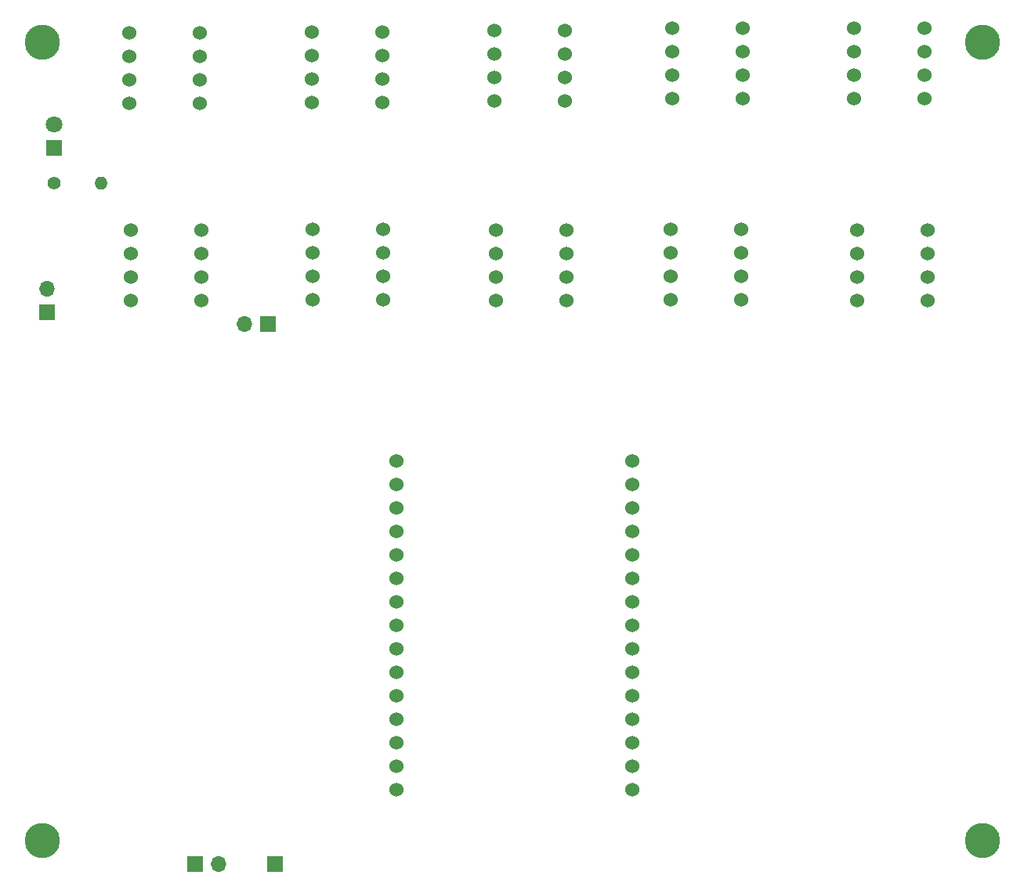
<source format=gbr>
%TF.GenerationSoftware,KiCad,Pcbnew,(5.1.10-1-10_14)*%
%TF.CreationDate,2022-02-04T13:42:09-08:00*%
%TF.ProjectId,Senser_Splitter,53656e73-6572-45f5-9370-6c6974746572,rev?*%
%TF.SameCoordinates,Original*%
%TF.FileFunction,Soldermask,Bot*%
%TF.FilePolarity,Negative*%
%FSLAX46Y46*%
G04 Gerber Fmt 4.6, Leading zero omitted, Abs format (unit mm)*
G04 Created by KiCad (PCBNEW (5.1.10-1-10_14)) date 2022-02-04 13:42:09*
%MOMM*%
%LPD*%
G01*
G04 APERTURE LIST*
%ADD10O,1.400000X1.400000*%
%ADD11C,1.400000*%
%ADD12C,1.800000*%
%ADD13R,1.800000X1.800000*%
%ADD14C,3.800000*%
%ADD15C,2.600000*%
%ADD16C,1.524000*%
%ADD17R,1.700000X1.700000*%
%ADD18O,1.700000X1.700000*%
G04 APERTURE END LIST*
D10*
%TO.C,R101*%
X92710000Y-69850000D03*
D11*
X87630000Y-69850000D03*
%TD*%
D12*
%TO.C,D101*%
X87630000Y-63500000D03*
D13*
X87630000Y-66040000D03*
%TD*%
D14*
%TO.C,H104*%
X86360000Y-140970000D03*
D15*
X86360000Y-140970000D03*
%TD*%
D14*
%TO.C,H103*%
X86360000Y-54610000D03*
D15*
X86360000Y-54610000D03*
%TD*%
D14*
%TO.C,H102*%
X187960000Y-140970000D03*
D15*
X187960000Y-140970000D03*
%TD*%
D14*
%TO.C,H101*%
X187960000Y-54610000D03*
D15*
X187960000Y-54610000D03*
%TD*%
D16*
%TO.C,U101*%
X124690000Y-99945000D03*
X124690000Y-102485000D03*
X124690000Y-105025000D03*
X124690000Y-107565000D03*
X124690000Y-110105000D03*
X124690000Y-112645000D03*
X124690000Y-115185000D03*
X124690000Y-117725000D03*
X124690000Y-120265000D03*
X124690000Y-122805000D03*
X124690000Y-125345000D03*
X124690000Y-127885000D03*
X124690000Y-130425000D03*
X124690000Y-132965000D03*
X124690000Y-135505000D03*
X150190000Y-99945000D03*
X150190000Y-102485000D03*
X150190000Y-105025000D03*
X150190000Y-107565000D03*
X150190000Y-110105000D03*
X150190000Y-112645000D03*
X150190000Y-115185000D03*
X150190000Y-117725000D03*
X150190000Y-120265000D03*
X150190000Y-122805000D03*
X150190000Y-125345000D03*
X150190000Y-127885000D03*
X150190000Y-130425000D03*
X150190000Y-132965000D03*
X150190000Y-135505000D03*
%TD*%
%TO.C,J114*%
X174117000Y-60706000D03*
X174117000Y-58166000D03*
X174117000Y-55626000D03*
X174117000Y-53086000D03*
X181737000Y-53086000D03*
X181737000Y-55626000D03*
X181737000Y-58166000D03*
X181737000Y-60706000D03*
%TD*%
%TO.C,J113*%
X95758000Y-61214000D03*
X95758000Y-58674000D03*
X95758000Y-56134000D03*
X95758000Y-53594000D03*
X103378000Y-53594000D03*
X103378000Y-56134000D03*
X103378000Y-58674000D03*
X103378000Y-61214000D03*
%TD*%
%TO.C,J112*%
X174415999Y-82528999D03*
X174415999Y-79988999D03*
X174415999Y-77448999D03*
X174415999Y-74908999D03*
X182035999Y-74908999D03*
X182035999Y-77448999D03*
X182035999Y-79988999D03*
X182035999Y-82528999D03*
%TD*%
%TO.C,J111*%
X115640999Y-82502999D03*
X115640999Y-79962999D03*
X115640999Y-77422999D03*
X115640999Y-74882999D03*
X123260999Y-74882999D03*
X123260999Y-77422999D03*
X123260999Y-79962999D03*
X123260999Y-82502999D03*
%TD*%
D17*
%TO.C,J110*%
X111506000Y-143510000D03*
%TD*%
D16*
%TO.C,J109*%
X154432000Y-60759999D03*
X154432000Y-58219999D03*
X154432000Y-55679999D03*
X154432000Y-53139999D03*
X162052000Y-53139999D03*
X162052000Y-55679999D03*
X162052000Y-58219999D03*
X162052000Y-60759999D03*
%TD*%
%TO.C,J108*%
X115539999Y-61166999D03*
X115539999Y-58626999D03*
X115539999Y-56086999D03*
X115539999Y-53546999D03*
X123159999Y-53546999D03*
X123159999Y-56086999D03*
X123159999Y-58626999D03*
X123159999Y-61166999D03*
%TD*%
D18*
%TO.C,J107*%
X105410000Y-143510000D03*
D17*
X102870000Y-143510000D03*
%TD*%
D16*
%TO.C,J106*%
X154305000Y-82502999D03*
X154305000Y-79962999D03*
X154305000Y-77422999D03*
X154305000Y-74882999D03*
X161925000Y-74882999D03*
X161925000Y-77422999D03*
X161925000Y-79962999D03*
X161925000Y-82502999D03*
%TD*%
%TO.C,J105*%
X135452999Y-82528999D03*
X135452999Y-79988999D03*
X135452999Y-77448999D03*
X135452999Y-74908999D03*
X143072999Y-74908999D03*
X143072999Y-77448999D03*
X143072999Y-79988999D03*
X143072999Y-82528999D03*
%TD*%
D18*
%TO.C,J104*%
X86868000Y-81280000D03*
D17*
X86868000Y-83820000D03*
%TD*%
D18*
%TO.C,J103*%
X108204000Y-85090000D03*
D17*
X110744000Y-85090000D03*
%TD*%
D16*
%TO.C,J102*%
X95981999Y-82528999D03*
X95981999Y-79988999D03*
X95981999Y-77448999D03*
X95981999Y-74908999D03*
X103601999Y-74908999D03*
X103601999Y-77448999D03*
X103601999Y-79988999D03*
X103601999Y-82528999D03*
%TD*%
%TO.C,J101*%
X135255000Y-60938999D03*
X135255000Y-58398999D03*
X135255000Y-55858999D03*
X135255000Y-53318999D03*
X142875000Y-53318999D03*
X142875000Y-55858999D03*
X142875000Y-58398999D03*
X142875000Y-60938999D03*
%TD*%
M02*

</source>
